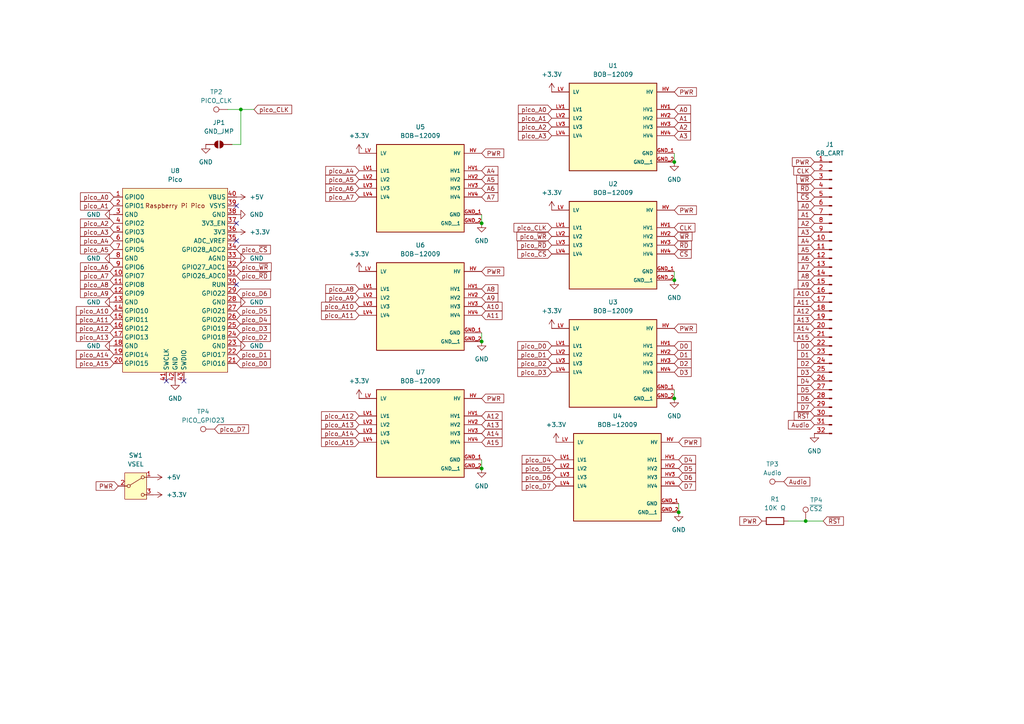
<source format=kicad_sch>
(kicad_sch (version 20231120) (generator "eeschema") (generator_version "8.0")
  (paper "A4")
  (title_block (title "Shawazu GB Dumper") (date "2024-03-28") (rev "1.0") (company "tihmstar"))
  (lib_symbols
    (symbol "BOB-12009:BOB-12009" (pin_names (offset 1.016))
      (property "Reference" "U" (at -12.7 11.43 0))
      (property "Value" "BOB-12009" (at -12.7 -17.78 0))
      (symbol "BOB-12009_0_0"
        (rectangle (start -12.7 -15.24) (end 12.7 10.16) (stroke (width 0.254)) (fill (type background)))
        (pin power_in line (at 17.78 -10.16 180) (length 5.08) (name "GND") (number "GND_1"))
        (pin power_in line (at 17.78 -12.7 180) (length 5.08) (name "GND__1") (number "GND_2"))
        (pin bidirectional line (at 17.78 7.62 180) (length 5.08) (name "HV") (number "HV"))
        (pin bidirectional line (at 17.78 2.54 180) (length 5.08) (name "HV1") (number "HV1"))
        (pin bidirectional line (at 17.78 0 180) (length 5.08) (name "HV2") (number "HV2"))
        (pin bidirectional line (at 17.78 -2.54 180) (length 5.08) (name "HV3") (number "HV3"))
        (pin bidirectional line (at 17.78 -5.08 180) (length 5.08) (name "HV4") (number "HV4"))
        (pin bidirectional line (at -17.78 7.62 0) (length 5.08) (name "LV") (number "LV"))
        (pin bidirectional line (at -17.78 2.54 0) (length 5.08) (name "LV1") (number "LV1"))
        (pin bidirectional line (at -17.78 0 0) (length 5.08) (name "LV2") (number "LV2"))
        (pin bidirectional line (at -17.78 -2.54 0) (length 5.08) (name "LV3") (number "LV3"))
        (pin bidirectional line (at -17.78 -5.08 0) (length 5.08) (name "LV4") (number "LV4"))
      )
    )
    (symbol "Connector:Conn_01x32_Pin" (pin_names (offset 1.016) hide)
      (property "Reference" "J" (at 0 40.64 0))
      (property "Value" "Conn_01x32_Pin" (at 0 -43.18 0))
      (symbol "Conn_01x32_Pin_1_1"
        (polyline (pts (xy 1.27 -40.64) (xy 0.8636 -40.64)) (stroke (width 0.1524)))
        (polyline (pts (xy 1.27 -38.1) (xy 0.8636 -38.1)) (stroke (width 0.1524)))
        (polyline (pts (xy 1.27 -35.56) (xy 0.8636 -35.56)) (stroke (width 0.1524)))
        (polyline (pts (xy 1.27 -33.02) (xy 0.8636 -33.02)) (stroke (width 0.1524)))
        (polyline (pts (xy 1.27 -30.48) (xy 0.8636 -30.48)) (stroke (width 0.1524)))
        (polyline (pts (xy 1.27 -27.94) (xy 0.8636 -27.94)) (stroke (width 0.1524)))
        (polyline (pts (xy 1.27 -25.4) (xy 0.8636 -25.4)) (stroke (width 0.1524)))
        (polyline (pts (xy 1.27 -22.86) (xy 0.8636 -22.86)) (stroke (width 0.1524)))
        (polyline (pts (xy 1.27 -20.32) (xy 0.8636 -20.32)) (stroke (width 0.1524)))
        (polyline (pts (xy 1.27 -17.78) (xy 0.8636 -17.78)) (stroke (width 0.1524)))
        (polyline (pts (xy 1.27 -15.24) (xy 0.8636 -15.24)) (stroke (width 0.1524)))
        (polyline (pts (xy 1.27 -12.7) (xy 0.8636 -12.7)) (stroke (width 0.1524)))
        (polyline (pts (xy 1.27 -10.16) (xy 0.8636 -10.16)) (stroke (width 0.1524)))
        (polyline (pts (xy 1.27 -7.62) (xy 0.8636 -7.62)) (stroke (width 0.1524)))
        (polyline (pts (xy 1.27 -5.08) (xy 0.8636 -5.08)) (stroke (width 0.1524)))
        (polyline (pts (xy 1.27 -2.54) (xy 0.8636 -2.54)) (stroke (width 0.1524)))
        (polyline (pts (xy 1.27 0) (xy 0.8636 0)) (stroke (width 0.1524)))
        (polyline (pts (xy 1.27 2.54) (xy 0.8636 2.54)) (stroke (width 0.1524)))
        (polyline (pts (xy 1.27 5.08) (xy 0.8636 5.08)) (stroke (width 0.1524)))
        (polyline (pts (xy 1.27 7.62) (xy 0.8636 7.62)) (stroke (width 0.1524)))
        (polyline (pts (xy 1.27 10.16) (xy 0.8636 10.16)) (stroke (width 0.1524)))
        (polyline (pts (xy 1.27 12.7) (xy 0.8636 12.7)) (stroke (width 0.1524)))
        (polyline (pts (xy 1.27 15.24) (xy 0.8636 15.24)) (stroke (width 0.1524)))
        (polyline (pts (xy 1.27 17.78) (xy 0.8636 17.78)) (stroke (width 0.1524)))
        (polyline (pts (xy 1.27 20.32) (xy 0.8636 20.32)) (stroke (width 0.1524)))
        (polyline (pts (xy 1.27 22.86) (xy 0.8636 22.86)) (stroke (width 0.1524)))
        (polyline (pts (xy 1.27 25.4) (xy 0.8636 25.4)) (stroke (width 0.1524)))
        (polyline (pts (xy 1.27 27.94) (xy 0.8636 27.94)) (stroke (width 0.1524)))
        (polyline (pts (xy 1.27 30.48) (xy 0.8636 30.48)) (stroke (width 0.1524)))
        (polyline (pts (xy 1.27 33.02) (xy 0.8636 33.02)) (stroke (width 0.1524)))
        (polyline (pts (xy 1.27 35.56) (xy 0.8636 35.56)) (stroke (width 0.1524)))
        (polyline (pts (xy 1.27 38.1) (xy 0.8636 38.1)) (stroke (width 0.1524)))
        (rectangle (start 0.8636 -40.513) (end 0 -40.767) (stroke (width 0.1524)) (fill (type outline)))
        (rectangle (start 0.8636 -37.973) (end 0 -38.227) (stroke (width 0.1524)) (fill (type outline)))
        (rectangle (start 0.8636 -35.433) (end 0 -35.687) (stroke (width 0.1524)) (fill (type outline)))
        (rectangle (start 0.8636 -32.893) (end 0 -33.147) (stroke (width 0.1524)) (fill (type outline)))
        (rectangle (start 0.8636 -30.353) (end 0 -30.607) (stroke (width 0.1524)) (fill (type outline)))
        (rectangle (start 0.8636 -27.813) (end 0 -28.067) (stroke (width 0.1524)) (fill (type outline)))
        (rectangle (start 0.8636 -25.273) (end 0 -25.527) (stroke (width 0.1524)) (fill (type outline)))
        (rectangle (start 0.8636 -22.733) (end 0 -22.987) (stroke (width 0.1524)) (fill (type outline)))
        (rectangle (start 0.8636 -20.193) (end 0 -20.447) (stroke (width 0.1524)) (fill (type outline)))
        (rectangle (start 0.8636 -17.653) (end 0 -17.907) (stroke (width 0.1524)) (fill (type outline)))
        (rectangle (start 0.8636 -15.113) (end 0 -15.367) (stroke (width 0.1524)) (fill (type outline)))
        (rectangle (start 0.8636 -12.573) (end 0 -12.827) (stroke (width 0.1524)) (fill (type outline)))
        (rectangle (start 0.8636 -10.033) (end 0 -10.287) (stroke (width 0.1524)) (fill (type outline)))
        (rectangle (start 0.8636 -7.493) (end 0 -7.747) (stroke (width 0.1524)) (fill (type outline)))
        (rectangle (start 0.8636 -4.953) (end 0 -5.207) (stroke (width 0.1524)) (fill (type outline)))
        (rectangle (start 0.8636 -2.413) (end 0 -2.667) (stroke (width 0.1524)) (fill (type outline)))
        (rectangle (start 0.8636 0.127) (end 0 -0.127) (stroke (width 0.1524)) (fill (type outline)))
        (rectangle (start 0.8636 2.667) (end 0 2.413) (stroke (width 0.1524)) (fill (type outline)))
        (rectangle (start 0.8636 5.207) (end 0 4.953) (stroke (width 0.1524)) (fill (type outline)))
        (rectangle (start 0.8636 7.747) (end 0 7.493) (stroke (width 0.1524)) (fill (type outline)))
        (rectangle (start 0.8636 10.287) (end 0 10.033) (stroke (width 0.1524)) (fill (type outline)))
        (rectangle (start 0.8636 12.827) (end 0 12.573) (stroke (width 0.1524)) (fill (type outline)))
        (rectangle (start 0.8636 15.367) (end 0 15.113) (stroke (width 0.1524)) (fill (type outline)))
        (rectangle (start 0.8636 17.907) (end 0 17.653) (stroke (width 0.1524)) (fill (type outline)))
        (rectangle (start 0.8636 20.447) (end 0 20.193) (stroke (width 0.1524)) (fill (type outline)))
        (rectangle (start 0.8636 22.987) (end 0 22.733) (stroke (width 0.1524)) (fill (type outline)))
        (rectangle (start 0.8636 25.527) (end 0 25.273) (stroke (width 0.1524)) (fill (type outline)))
        (rectangle (start 0.8636 28.067) (end 0 27.813) (stroke (width 0.1524)) (fill (type outline)))
        (rectangle (start 0.8636 30.607) (end 0 30.353) (stroke (width 0.1524)) (fill (type outline)))
        (rectangle (start 0.8636 33.147) (end 0 32.893) (stroke (width 0.1524)) (fill (type outline)))
        (rectangle (start 0.8636 35.687) (end 0 35.433) (stroke (width 0.1524)) (fill (type outline)))
        (rectangle (start 0.8636 38.227) (end 0 37.973) (stroke (width 0.1524)) (fill (type outline)))
        (pin passive line (at 5.08 38.1 180) (length 3.81) (name "Pin_1") (number "1"))
        (pin passive line (at 5.08 15.24 180) (length 3.81) (name "Pin_10") (number "10"))
        (pin passive line (at 5.08 12.7 180) (length 3.81) (name "Pin_11") (number "11"))
        (pin passive line (at 5.08 10.16 180) (length 3.81) (name "Pin_12") (number "12"))
        (pin passive line (at 5.08 7.62 180) (length 3.81) (name "Pin_13") (number "13"))
        (pin passive line (at 5.08 5.08 180) (length 3.81) (name "Pin_14") (number "14"))
        (pin passive line (at 5.08 2.54 180) (length 3.81) (name "Pin_15") (number "15"))
        (pin passive line (at 5.08 0 180) (length 3.81) (name "Pin_16") (number "16"))
        (pin passive line (at 5.08 -2.54 180) (length 3.81) (name "Pin_17") (number "17"))
        (pin passive line (at 5.08 -5.08 180) (length 3.81) (name "Pin_18") (number "18"))
        (pin passive line (at 5.08 -7.62 180) (length 3.81) (name "Pin_19") (number "19"))
        (pin passive line (at 5.08 35.56 180) (length 3.81) (name "Pin_2") (number "2"))
        (pin passive line (at 5.08 -10.16 180) (length 3.81) (name "Pin_20") (number "20"))
        (pin passive line (at 5.08 -12.7 180) (length 3.81) (name "Pin_21") (number "21"))
        (pin passive line (at 5.08 -15.24 180) (length 3.81) (name "Pin_22") (number "22"))
        (pin passive line (at 5.08 -17.78 180) (length 3.81) (name "Pin_23") (number "23"))
        (pin passive line (at 5.08 -20.32 180) (length 3.81) (name "Pin_24") (number "24"))
        (pin passive line (at 5.08 -22.86 180) (length 3.81) (name "Pin_25") (number "25"))
        (pin passive line (at 5.08 -25.4 180) (length 3.81) (name "Pin_26") (number "26"))
        (pin passive line (at 5.08 -27.94 180) (length 3.81) (name "Pin_27") (number "27"))
        (pin passive line (at 5.08 -30.48 180) (length 3.81) (name "Pin_28") (number "28"))
        (pin passive line (at 5.08 -33.02 180) (length 3.81) (name "Pin_29") (number "29"))
        (pin passive line (at 5.08 33.02 180) (length 3.81) (name "Pin_3") (number "3"))
        (pin passive line (at 5.08 -35.56 180) (length 3.81) (name "Pin_30") (number "30"))
        (pin passive line (at 5.08 -38.1 180) (length 3.81) (name "Pin_31") (number "31"))
        (pin passive line (at 5.08 -40.64 180) (length 3.81) (name "Pin_32") (number "32"))
        (pin passive line (at 5.08 30.48 180) (length 3.81) (name "Pin_4") (number "4"))
        (pin passive line (at 5.08 27.94 180) (length 3.81) (name "Pin_5") (number "5"))
        (pin passive line (at 5.08 25.4 180) (length 3.81) (name "Pin_6") (number "6"))
        (pin passive line (at 5.08 22.86 180) (length 3.81) (name "Pin_7") (number "7"))
        (pin passive line (at 5.08 20.32 180) (length 3.81) (name "Pin_8") (number "8"))
        (pin passive line (at 5.08 17.78 180) (length 3.81) (name "Pin_9") (number "9"))
      )
    )
    (symbol "Connector:TestPoint" (pin_numbers hide) (pin_names (offset 0.762) hide)
      (property "Reference" "TP" (at 0 6.858 0))
      (property "Value" "TestPoint" (at 0 5.08 0))
      (symbol "TestPoint_0_1"
        (circle (center 0 3.302) (radius 0.762))
      )
      (symbol "TestPoint_1_1"
        (pin passive line (at 0 0 90) (length 2.54) (name "1") (number "1"))
      )
    )
    (symbol "Device:R" (pin_numbers hide) (pin_names (offset 0))
      (property "Reference" "R" (at 2.032 0 90))
      (property "Value" "R" (at 0 0 90))
      (symbol "R_0_1"
        (rectangle (start -1.016 -2.54) (end 1.016 2.54) (stroke (width 0.254)))
      )
      (symbol "R_1_1"
        (pin passive line (at 0 3.81 270) (length 1.27) (name "~") (number "1"))
        (pin passive line (at 0 -3.81 90) (length 1.27) (name "~") (number "2"))
      )
    )
    (symbol "Jumper:SolderJumper_2_Open" (pin_numbers hide) (pin_names (offset 0) hide) (exclude_from_sim yes) (in_bom no)
      (property "Reference" "JP" (at 0 2.032 0))
      (property "Value" "SolderJumper_2_Open" (at 0 -2.54 0))
      (symbol "SolderJumper_2_Open_0_1"
        (arc (start -0.254 1.016) (mid -1.2656 0) (end -0.254 -1.016))
        (arc (start -0.254 1.016) (mid -1.2656 0) (end -0.254 -1.016) (fill (type outline)))
        (polyline (pts (xy -0.254 1.016) (xy -0.254 -1.016)))
        (polyline (pts (xy 0.254 1.016) (xy 0.254 -1.016)))
        (arc (start 0.254 -1.016) (mid 1.2656 0) (end 0.254 1.016))
        (arc (start 0.254 -1.016) (mid 1.2656 0) (end 0.254 1.016) (fill (type outline)))
      )
      (symbol "SolderJumper_2_Open_1_1"
        (pin passive line (at -3.81 0 0) (length 2.54) (name "A") (number "1"))
        (pin passive line (at 3.81 0 180) (length 2.54) (name "B") (number "2"))
      )
    )
    (symbol "MCU_RaspberryPi_and_Boards:Pico"
      (property "Reference" "U8" (at 0 31.75 0))
      (property "Value" "Pico" (at 0 29.21 0))
      (symbol "Pico_0_0"
        (text "Raspberry Pi Pico" (at 0 21.59 0) (effects (font (size 1.27 1.27))))
      )
      (symbol "Pico_0_1"
        (rectangle (start -15.24 26.67) (end 15.24 -26.67) (fill (type background)))
      )
      (symbol "Pico_1_1"
        (pin bidirectional line (at -17.78 24.13 0) (length 2.54) (name "GPIO0") (number "1"))
        (pin bidirectional line (at -17.78 1.27 0) (length 2.54) (name "GPIO7") (number "10"))
        (pin bidirectional line (at -17.78 -1.27 0) (length 2.54) (name "GPIO8") (number "11"))
        (pin bidirectional line (at -17.78 -3.81 0) (length 2.54) (name "GPIO9") (number "12"))
        (pin power_in line (at -17.78 -6.35 0) (length 2.54) (name "GND") (number "13"))
        (pin bidirectional line (at -17.78 -8.89 0) (length 2.54) (name "GPIO10") (number "14"))
        (pin bidirectional line (at -17.78 -11.43 0) (length 2.54) (name "GPIO11") (number "15"))
        (pin bidirectional line (at -17.78 -13.97 0) (length 2.54) (name "GPIO12") (number "16"))
        (pin bidirectional line (at -17.78 -16.51 0) (length 2.54) (name "GPIO13") (number "17"))
        (pin power_in line (at -17.78 -19.05 0) (length 2.54) (name "GND") (number "18"))
        (pin bidirectional line (at -17.78 -21.59 0) (length 2.54) (name "GPIO14") (number "19"))
        (pin bidirectional line (at -17.78 21.59 0) (length 2.54) (name "GPIO1") (number "2"))
        (pin bidirectional line (at -17.78 -24.13 0) (length 2.54) (name "GPIO15") (number "20"))
        (pin bidirectional line (at 17.78 -24.13 180) (length 2.54) (name "GPIO16") (number "21"))
        (pin bidirectional line (at 17.78 -21.59 180) (length 2.54) (name "GPIO17") (number "22"))
        (pin power_in line (at 17.78 -19.05 180) (length 2.54) (name "GND") (number "23"))
        (pin bidirectional line (at 17.78 -16.51 180) (length 2.54) (name "GPIO18") (number "24"))
        (pin bidirectional line (at 17.78 -13.97 180) (length 2.54) (name "GPIO19") (number "25"))
        (pin bidirectional line (at 17.78 -11.43 180) (length 2.54) (name "GPIO20") (number "26"))
        (pin bidirectional line (at 17.78 -8.89 180) (length 2.54) (name "GPIO21") (number "27"))
        (pin power_in line (at 17.78 -6.35 180) (length 2.54) (name "GND") (number "28"))
        (pin bidirectional line (at 17.78 -3.81 180) (length 2.54) (name "GPIO22") (number "29"))
        (pin power_in line (at -17.78 19.05 0) (length 2.54) (name "GND") (number "3"))
        (pin input line (at 17.78 -1.27 180) (length 2.54) (name "RUN") (number "30"))
        (pin bidirectional line (at 17.78 1.27 180) (length 2.54) (name "GPIO26_ADC0") (number "31"))
        (pin bidirectional line (at 17.78 3.81 180) (length 2.54) (name "GPIO27_ADC1") (number "32"))
        (pin power_in line (at 17.78 6.35 180) (length 2.54) (name "AGND") (number "33"))
        (pin bidirectional line (at 17.78 8.89 180) (length 2.54) (name "GPIO28_ADC2") (number "34"))
        (pin power_in line (at 17.78 11.43 180) (length 2.54) (name "ADC_VREF") (number "35"))
        (pin power_out line (at 17.78 13.97 180) (length 2.54) (name "3V3") (number "36"))
        (pin input line (at 17.78 16.51 180) (length 2.54) (name "3V3_EN") (number "37"))
        (pin power_out line (at 17.78 19.05 180) (length 2.54) (name "GND") (number "38"))
        (pin power_in line (at 17.78 21.59 180) (length 2.54) (name "VSYS") (number "39"))
        (pin bidirectional line (at -17.78 16.51 0) (length 2.54) (name "GPIO2") (number "4"))
        (pin power_out line (at 17.78 24.13 180) (length 2.54) (name "VBUS") (number "40"))
        (pin input line (at -2.54 -29.21 90) (length 2.54) (name "SWCLK") (number "41"))
        (pin power_in line (at 0 -29.21 90) (length 2.54) (name "GND") (number "42"))
        (pin bidirectional line (at 2.54 -29.21 90) (length 2.54) (name "SWDIO") (number "43"))
        (pin bidirectional line (at -17.78 13.97 0) (length 2.54) (name "GPIO3") (number "5"))
        (pin bidirectional line (at -17.78 11.43 0) (length 2.54) (name "GPIO4") (number "6"))
        (pin bidirectional line (at -17.78 8.89 0) (length 2.54) (name "GPIO5") (number "7"))
        (pin power_in line (at -17.78 6.35 0) (length 2.54) (name "GND") (number "8"))
        (pin bidirectional line (at -17.78 3.81 0) (length 2.54) (name "GPIO6") (number "9"))
      )
    )
    (symbol "Switch:SW_SPDT" (pin_names (offset 0) hide)
      (property "Reference" "SW" (at 0 5.08 0))
      (property "Value" "SW_SPDT" (at 0 -5.08 0))
      (symbol "SW_SPDT_0_1"
        (circle (center -2.032 0) (radius 0.4572))
        (polyline (pts (xy -1.651 0.254) (xy 1.651 2.286)))
        (circle (center 2.032 -2.54) (radius 0.4572))
        (circle (center 2.032 2.54) (radius 0.4572))
      )
      (symbol "SW_SPDT_1_1"
        (rectangle (start -3.175 3.81) (end 3.175 -3.81) (fill (type background)))
        (pin passive line (at 5.08 2.54 180) (length 2.54) (name "A") (number "1"))
        (pin passive line (at -5.08 0 0) (length 2.54) (name "B") (number "2"))
        (pin passive line (at 5.08 -2.54 180) (length 2.54) (name "C") (number "3"))
      )
    )
    (symbol "power:+3.3V" (power) (pin_numbers hide) (pin_names (offset 0) hide)
      (property "Value" "+3.3V" (at 0 3.556 0))
      (symbol "+3.3V_0_1"
        (polyline (pts (xy -0.762 1.27) (xy 0 2.54)))
        (polyline (pts (xy 0 0) (xy 0 2.54)))
        (polyline (pts (xy 0 2.54) (xy 0.762 1.27)))
      )
      (symbol "+3.3V_1_1"
        (pin power_in line (at 0 0 90) (length 0) (name "~") (number "1"))
      )
    )
    (symbol "power:+5V" (power) (pin_numbers hide) (pin_names (offset 0) hide)
      (property "Value" "+5V" (at 0 3.556 0))
      (symbol "+5V_0_1"
        (polyline (pts (xy -0.762 1.27) (xy 0 2.54)))
        (polyline (pts (xy 0 0) (xy 0 2.54)))
        (polyline (pts (xy 0 2.54) (xy 0.762 1.27)))
      )
      (symbol "+5V_1_1"
        (pin power_in line (at 0 0 90) (length 0) (name "~") (number "1"))
      )
    )
    (symbol "power:GND" (power) (pin_numbers hide) (pin_names (offset 0) hide)
      (property "Value" "GND" (at 0 -3.81 0))
      (symbol "GND_0_1"
        (polyline (pts (xy 0 0) (xy 0 -1.27) (xy 1.27 -1.27) (xy 0 -2.54) (xy -1.27 -1.27) (xy 0 -1.27)))
      )
      (symbol "GND_1_1"
        (pin power_in line (at 0 0 270) (length 0) (name "~") (number "1"))
      )
    )
  )
  (junction (at 196.85 148.59))
  (junction (at 195.58 81.28))
  (junction (at 139.7 135.89))
  (junction (at 69.85 31.75))
  (junction (at 139.7 64.77))
  (junction (at 195.58 46.99))
  (junction (at 195.58 115.57))
  (junction (at 233.68 151.13))
  (junction (at 139.7 99.06))
  (no_connect (at 48.26 110.49))
  (no_connect (at 53.34 110.49))
  (no_connect (at 68.58 59.69))
  (no_connect (at 68.58 64.77))
  (no_connect (at 68.58 69.85))
  (no_connect (at 68.58 82.55))
  (wire (pts (xy 139.7 96.52) (xy 139.7 99.06)))
  (wire (pts (xy 195.58 113.03) (xy 195.58 115.57)))
  (wire (pts (xy 196.85 146.05) (xy 196.85 148.59)))
  (wire (pts (xy 139.7 133.35) (xy 139.7 135.89)))
  (wire (pts (xy 195.58 44.45) (xy 195.58 46.99)))
  (wire (pts (xy 69.85 41.91) (xy 69.85 31.75)))
  (wire (pts (xy 233.68 151.13) (xy 238.76 151.13)))
  (wire (pts (xy 66.04 31.75) (xy 69.85 31.75)))
  (wire (pts (xy 195.58 78.74) (xy 195.58 81.28)))
  (wire (pts (xy 67.31 41.91) (xy 69.85 41.91)))
  (wire (pts (xy 69.85 31.75) (xy 73.66 31.75)))
  (wire (pts (xy 228.6 151.13) (xy 233.68 151.13)))
  (wire (pts (xy 139.7 62.23) (xy 139.7 64.77)))
  (global_label "A4" (shape input) (at 236.22 69.85 180) (property "Intersheetrefs" "${INTERSHEET_REFS}" (effects (hide yes))))
  (global_label "pico_~{WR}" (shape input) (at 68.58 77.47 0) (property "Intersheetrefs" "${INTERSHEET_REFS}" (effects (hide yes))))
  (global_label "A7" (shape input) (at 236.22 77.47 180) (property "Intersheetrefs" "${INTERSHEET_REFS}" (effects (hide yes))))
  (global_label "D1" (shape input) (at 236.22 102.87 180) (property "Intersheetrefs" "${INTERSHEET_REFS}" (effects (hide yes))))
  (global_label "~{CS}" (shape input) (at 236.22 57.15 180) (property "Intersheetrefs" "${INTERSHEET_REFS}" (effects (hide yes))))
  (global_label "A8" (shape input) (at 139.7 83.82 0) (property "Intersheetrefs" "${INTERSHEET_REFS}" (effects (hide yes))))
  (global_label "pico_A4" (shape input) (at 33.02 69.85 180) (property "Intersheetrefs" "${INTERSHEET_REFS}" (effects (hide yes))))
  (global_label "A9" (shape input) (at 236.22 82.55 180) (property "Intersheetrefs" "${INTERSHEET_REFS}" (effects (hide yes))))
  (global_label "pico_D7" (shape input) (at 161.29 140.97 180) (property "Intersheetrefs" "${INTERSHEET_REFS}" (effects (hide yes))))
  (global_label "pico_A6" (shape input) (at 33.02 77.47 180) (property "Intersheetrefs" "${INTERSHEET_REFS}" (effects (hide yes))))
  (global_label "D2" (shape input) (at 236.22 105.41 180) (property "Intersheetrefs" "${INTERSHEET_REFS}" (effects (hide yes))))
  (global_label "pico_A7" (shape input) (at 104.14 57.15 180) (property "Intersheetrefs" "${INTERSHEET_REFS}" (effects (hide yes))))
  (global_label "pico_~{CS}" (shape input) (at 160.02 73.66 180) (property "Intersheetrefs" "${INTERSHEET_REFS}" (effects (hide yes))))
  (global_label "pico_A8" (shape input) (at 33.02 82.55 180) (property "Intersheetrefs" "${INTERSHEET_REFS}" (effects (hide yes))))
  (global_label "A3" (shape input) (at 195.58 39.37 0) (property "Intersheetrefs" "${INTERSHEET_REFS}" (effects (hide yes))))
  (global_label "CLK" (shape input) (at 236.22 49.53 180) (property "Intersheetrefs" "${INTERSHEET_REFS}" (effects (hide yes))))
  (global_label "pico_A11" (shape input) (at 104.14 91.44 180) (property "Intersheetrefs" "${INTERSHEET_REFS}" (effects (hide yes))))
  (global_label "pico_A1" (shape input) (at 33.02 59.69 180) (property "Intersheetrefs" "${INTERSHEET_REFS}" (effects (hide yes))))
  (global_label "pico_A1" (shape input) (at 160.02 34.29 180) (property "Intersheetrefs" "${INTERSHEET_REFS}" (effects (hide yes))))
  (global_label "PWR" (shape input) (at 139.7 78.74 0) (property "Intersheetrefs" "${INTERSHEET_REFS}" (effects (hide yes))))
  (global_label "pico_D3" (shape input) (at 68.58 95.25 0) (property "Intersheetrefs" "${INTERSHEET_REFS}" (effects (hide yes))))
  (global_label "PWR" (shape input) (at 195.58 26.67 0) (property "Intersheetrefs" "${INTERSHEET_REFS}" (effects (hide yes))))
  (global_label "D4" (shape input) (at 196.85 133.35 0) (property "Intersheetrefs" "${INTERSHEET_REFS}" (effects (hide yes))))
  (global_label "A14" (shape input) (at 139.7 125.73 0) (property "Intersheetrefs" "${INTERSHEET_REFS}" (effects (hide yes))))
  (global_label "pico_A5" (shape input) (at 104.14 52.07 180) (property "Intersheetrefs" "${INTERSHEET_REFS}" (effects (hide yes))))
  (global_label "A11" (shape input) (at 236.22 87.63 180) (property "Intersheetrefs" "${INTERSHEET_REFS}" (effects (hide yes))))
  (global_label "A15" (shape input) (at 236.22 97.79 180) (property "Intersheetrefs" "${INTERSHEET_REFS}" (effects (hide yes))))
  (global_label "~{RD}" (shape input) (at 195.58 71.12 0) (property "Intersheetrefs" "${INTERSHEET_REFS}" (effects (hide yes))))
  (global_label "A6" (shape input) (at 236.22 74.93 180) (property "Intersheetrefs" "${INTERSHEET_REFS}" (effects (hide yes))))
  (global_label "pico_D1" (shape input) (at 68.58 102.87 0) (property "Intersheetrefs" "${INTERSHEET_REFS}" (effects (hide yes))))
  (global_label "~{RST}" (shape input) (at 236.22 120.65 180) (property "Intersheetrefs" "${INTERSHEET_REFS}" (effects (hide yes))))
  (global_label "~{WR}" (shape input) (at 236.22 52.07 180) (property "Intersheetrefs" "${INTERSHEET_REFS}" (effects (hide yes))))
  (global_label "A4" (shape input) (at 139.7 49.53 0) (property "Intersheetrefs" "${INTERSHEET_REFS}" (effects (hide yes))))
  (global_label "A1" (shape input) (at 236.22 62.23 180) (property "Intersheetrefs" "${INTERSHEET_REFS}" (effects (hide yes))))
  (global_label "D3" (shape input) (at 195.58 107.95 0) (property "Intersheetrefs" "${INTERSHEET_REFS}" (effects (hide yes))))
  (global_label "A3" (shape input) (at 236.22 67.31 180) (property "Intersheetrefs" "${INTERSHEET_REFS}" (effects (hide yes))))
  (global_label "A5" (shape input) (at 236.22 72.39 180) (property "Intersheetrefs" "${INTERSHEET_REFS}" (effects (hide yes))))
  (global_label "~{WR}" (shape input) (at 195.58 68.58 0) (property "Intersheetrefs" "${INTERSHEET_REFS}" (effects (hide yes))))
  (global_label "D5" (shape input) (at 196.85 135.89 0) (property "Intersheetrefs" "${INTERSHEET_REFS}" (effects (hide yes))))
  (global_label "Audio" (shape input) (at 227.33 139.7 0) (property "Intersheetrefs" "${INTERSHEET_REFS}" (effects (hide yes))))
  (global_label "pico_A2" (shape input) (at 33.02 64.77 180) (property "Intersheetrefs" "${INTERSHEET_REFS}" (effects (hide yes))))
  (global_label "A10" (shape input) (at 139.7 88.9 0) (property "Intersheetrefs" "${INTERSHEET_REFS}" (effects (hide yes))))
  (global_label "CLK" (shape input) (at 195.58 66.04 0) (property "Intersheetrefs" "${INTERSHEET_REFS}" (effects (hide yes))))
  (global_label "PWR" (shape input) (at 236.22 46.99 180) (property "Intersheetrefs" "${INTERSHEET_REFS}" (effects (hide yes))))
  (global_label "PWR" (shape input) (at 196.85 128.27 0) (property "Intersheetrefs" "${INTERSHEET_REFS}" (effects (hide yes))))
  (global_label "A13" (shape input) (at 139.7 123.19 0) (property "Intersheetrefs" "${INTERSHEET_REFS}" (effects (hide yes))))
  (global_label "A6" (shape input) (at 139.7 54.61 0) (property "Intersheetrefs" "${INTERSHEET_REFS}" (effects (hide yes))))
  (global_label "pico_A9" (shape input) (at 33.02 85.09 180) (property "Intersheetrefs" "${INTERSHEET_REFS}" (effects (hide yes))))
  (global_label "D1" (shape input) (at 195.58 102.87 0) (property "Intersheetrefs" "${INTERSHEET_REFS}" (effects (hide yes))))
  (global_label "pico_A9" (shape input) (at 104.14 86.36 180) (property "Intersheetrefs" "${INTERSHEET_REFS}" (effects (hide yes))))
  (global_label "Audio" (shape input) (at 236.22 123.19 180) (property "Intersheetrefs" "${INTERSHEET_REFS}" (effects (hide yes))))
  (global_label "pico_D2" (shape input) (at 160.02 105.41 180) (property "Intersheetrefs" "${INTERSHEET_REFS}" (effects (hide yes))))
  (global_label "pico_D4" (shape input) (at 68.58 92.71 0) (property "Intersheetrefs" "${INTERSHEET_REFS}" (effects (hide yes))))
  (global_label "A13" (shape input) (at 236.22 92.71 180) (property "Intersheetrefs" "${INTERSHEET_REFS}" (effects (hide yes))))
  (global_label "A8" (shape input) (at 236.22 80.01 180) (property "Intersheetrefs" "${INTERSHEET_REFS}" (effects (hide yes))))
  (global_label "pico_A3" (shape input) (at 160.02 39.37 180) (property "Intersheetrefs" "${INTERSHEET_REFS}" (effects (hide yes))))
  (global_label "pico_D5" (shape input) (at 161.29 135.89 180) (property "Intersheetrefs" "${INTERSHEET_REFS}" (effects (hide yes))))
  (global_label "A9" (shape input) (at 139.7 86.36 0) (property "Intersheetrefs" "${INTERSHEET_REFS}" (effects (hide yes))))
  (global_label "pico_A10" (shape input) (at 33.02 90.17 180) (property "Intersheetrefs" "${INTERSHEET_REFS}" (effects (hide yes))))
  (global_label "pico_D3" (shape input) (at 160.02 107.95 180) (property "Intersheetrefs" "${INTERSHEET_REFS}" (effects (hide yes))))
  (global_label "pico_D7" (shape input) (at 62.23 124.46 0) (property "Intersheetrefs" "${INTERSHEET_REFS}" (effects (hide yes))))
  (global_label "PWR" (shape input) (at 220.98 151.13 180) (property "Intersheetrefs" "${INTERSHEET_REFS}" (effects (hide yes))))
  (global_label "A1" (shape input) (at 195.58 34.29 0) (property "Intersheetrefs" "${INTERSHEET_REFS}" (effects (hide yes))))
  (global_label "D0" (shape input) (at 195.58 100.33 0) (property "Intersheetrefs" "${INTERSHEET_REFS}" (effects (hide yes))))
  (global_label "A2" (shape input) (at 236.22 64.77 180) (property "Intersheetrefs" "${INTERSHEET_REFS}" (effects (hide yes))))
  (global_label "pico_A10" (shape input) (at 104.14 88.9 180) (property "Intersheetrefs" "${INTERSHEET_REFS}" (effects (hide yes))))
  (global_label "pico_D1" (shape input) (at 160.02 102.87 180) (property "Intersheetrefs" "${INTERSHEET_REFS}" (effects (hide yes))))
  (global_label "D6" (shape input) (at 236.22 115.57 180) (property "Intersheetrefs" "${INTERSHEET_REFS}" (effects (hide yes))))
  (global_label "PWR" (shape input) (at 139.7 44.45 0) (property "Intersheetrefs" "${INTERSHEET_REFS}" (effects (hide yes))))
  (global_label "pico_A4" (shape input) (at 104.14 49.53 180) (property "Intersheetrefs" "${INTERSHEET_REFS}" (effects (hide yes))))
  (global_label "pico_D2" (shape input) (at 68.58 97.79 0) (property "Intersheetrefs" "${INTERSHEET_REFS}" (effects (hide yes))))
  (global_label "pico_D0" (shape input) (at 160.02 100.33 180) (property "Intersheetrefs" "${INTERSHEET_REFS}" (effects (hide yes))))
  (global_label "pico_~{RD}" (shape input) (at 160.02 71.12 180) (property "Intersheetrefs" "${INTERSHEET_REFS}" (effects (hide yes))))
  (global_label "A11" (shape input) (at 139.7 91.44 0) (property "Intersheetrefs" "${INTERSHEET_REFS}" (effects (hide yes))))
  (global_label "A7" (shape input) (at 139.7 57.15 0) (property "Intersheetrefs" "${INTERSHEET_REFS}" (effects (hide yes))))
  (global_label "pico_A14" (shape input) (at 104.14 125.73 180) (property "Intersheetrefs" "${INTERSHEET_REFS}" (effects (hide yes))))
  (global_label "A5" (shape input) (at 139.7 52.07 0) (property "Intersheetrefs" "${INTERSHEET_REFS}" (effects (hide yes))))
  (global_label "pico_D5" (shape input) (at 68.58 90.17 0) (property "Intersheetrefs" "${INTERSHEET_REFS}" (effects (hide yes))))
  (global_label "pico_A13" (shape input) (at 104.14 123.19 180) (property "Intersheetrefs" "${INTERSHEET_REFS}" (effects (hide yes))))
  (global_label "PWR" (shape input) (at 139.7 115.57 0) (property "Intersheetrefs" "${INTERSHEET_REFS}" (effects (hide yes))))
  (global_label "D7" (shape input) (at 196.85 140.97 0) (property "Intersheetrefs" "${INTERSHEET_REFS}" (effects (hide yes))))
  (global_label "pico_A13" (shape input) (at 33.02 97.79 180) (property "Intersheetrefs" "${INTERSHEET_REFS}" (effects (hide yes))))
  (global_label "PWR" (shape input) (at 195.58 95.25 0) (property "Intersheetrefs" "${INTERSHEET_REFS}" (effects (hide yes))))
  (global_label "pico_A3" (shape input) (at 33.02 67.31 180) (property "Intersheetrefs" "${INTERSHEET_REFS}" (effects (hide yes))))
  (global_label "pico_CLK" (shape input) (at 160.02 66.04 180) (property "Intersheetrefs" "${INTERSHEET_REFS}" (effects (hide yes))))
  (global_label "D0" (shape input) (at 236.22 100.33 180) (property "Intersheetrefs" "${INTERSHEET_REFS}" (effects (hide yes))))
  (global_label "A15" (shape input) (at 139.7 128.27 0) (property "Intersheetrefs" "${INTERSHEET_REFS}" (effects (hide yes))))
  (global_label "pico_CLK" (shape input) (at 73.66 31.75 0) (property "Intersheetrefs" "${INTERSHEET_REFS}" (effects (hide yes))))
  (global_label "PWR" (shape input) (at 195.58 60.96 0) (property "Intersheetrefs" "${INTERSHEET_REFS}" (effects (hide yes))))
  (global_label "A10" (shape input) (at 236.22 85.09 180) (property "Intersheetrefs" "${INTERSHEET_REFS}" (effects (hide yes))))
  (global_label "A0" (shape input) (at 195.58 31.75 0) (property "Intersheetrefs" "${INTERSHEET_REFS}" (effects (hide yes))))
  (global_label "~{RD}" (shape input) (at 236.22 54.61 180) (property "Intersheetrefs" "${INTERSHEET_REFS}" (effects (hide yes))))
  (global_label "pico_A8" (shape input) (at 104.14 83.82 180) (property "Intersheetrefs" "${INTERSHEET_REFS}" (effects (hide yes))))
  (global_label "A0" (shape input) (at 236.22 59.69 180) (property "Intersheetrefs" "${INTERSHEET_REFS}" (effects (hide yes))))
  (global_label "pico_D4" (shape input) (at 161.29 133.35 180) (property "Intersheetrefs" "${INTERSHEET_REFS}" (effects (hide yes))))
  (global_label "~{RST}" (shape input) (at 238.76 151.13 0) (property "Intersheetrefs" "${INTERSHEET_REFS}" (effects (hide yes))))
  (global_label "pico_A2" (shape input) (at 160.02 36.83 180) (property "Intersheetrefs" "${INTERSHEET_REFS}" (effects (hide yes))))
  (global_label "pico_A14" (shape input) (at 33.02 102.87 180) (property "Intersheetrefs" "${INTERSHEET_REFS}" (effects (hide yes))))
  (global_label "pico_A15" (shape input) (at 33.02 105.41 180) (property "Intersheetrefs" "${INTERSHEET_REFS}" (effects (hide yes))))
  (global_label "D2" (shape input) (at 195.58 105.41 0) (property "Intersheetrefs" "${INTERSHEET_REFS}" (effects (hide yes))))
  (global_label "A14" (shape input) (at 236.22 95.25 180) (property "Intersheetrefs" "${INTERSHEET_REFS}" (effects (hide yes))))
  (global_label "D6" (shape input) (at 196.85 138.43 0) (property "Intersheetrefs" "${INTERSHEET_REFS}" (effects (hide yes))))
  (global_label "pico_~{CS}" (shape input) (at 68.58 72.39 0) (property "Intersheetrefs" "${INTERSHEET_REFS}" (effects (hide yes))))
  (global_label "pico_D6" (shape input) (at 161.29 138.43 180) (property "Intersheetrefs" "${INTERSHEET_REFS}" (effects (hide yes))))
  (global_label "pico_A6" (shape input) (at 104.14 54.61 180) (property "Intersheetrefs" "${INTERSHEET_REFS}" (effects (hide yes))))
  (global_label "pico_A7" (shape input) (at 33.02 80.01 180) (property "Intersheetrefs" "${INTERSHEET_REFS}" (effects (hide yes))))
  (global_label "~{CS}" (shape input) (at 195.58 73.66 0) (property "Intersheetrefs" "${INTERSHEET_REFS}" (effects (hide yes))))
  (global_label "pico_A12" (shape input) (at 33.02 95.25 180) (property "Intersheetrefs" "${INTERSHEET_REFS}" (effects (hide yes))))
  (global_label "pico_A12" (shape input) (at 104.14 120.65 180) (property "Intersheetrefs" "${INTERSHEET_REFS}" (effects (hide yes))))
  (global_label "pico_A0" (shape input) (at 160.02 31.75 180) (property "Intersheetrefs" "${INTERSHEET_REFS}" (effects (hide yes))))
  (global_label "D7" (shape input) (at 236.22 118.11 180) (property "Intersheetrefs" "${INTERSHEET_REFS}" (effects (hide yes))))
  (global_label "D5" (shape input) (at 236.22 113.03 180) (property "Intersheetrefs" "${INTERSHEET_REFS}" (effects (hide yes))))
  (global_label "A12" (shape input) (at 139.7 120.65 0) (property "Intersheetrefs" "${INTERSHEET_REFS}" (effects (hide yes))))
  (global_label "PWR" (shape input) (at 34.29 140.97 180) (property "Intersheetrefs" "${INTERSHEET_REFS}" (effects (hide yes))))
  (global_label "A2" (shape input) (at 195.58 36.83 0) (property "Intersheetrefs" "${INTERSHEET_REFS}" (effects (hide yes))))
  (global_label "D3" (shape input) (at 236.22 107.95 180) (property "Intersheetrefs" "${INTERSHEET_REFS}" (effects (hide yes))))
  (global_label "D4" (shape input) (at 236.22 110.49 180) (property "Intersheetrefs" "${INTERSHEET_REFS}" (effects (hide yes))))
  (global_label "pico_~{RD}" (shape input) (at 68.58 80.01 0) (property "Intersheetrefs" "${INTERSHEET_REFS}" (effects (hide yes))))
  (global_label "pico_A5" (shape input) (at 33.02 72.39 180) (property "Intersheetrefs" "${INTERSHEET_REFS}" (effects (hide yes))))
  (global_label "pico_D0" (shape input) (at 68.58 105.41 0) (property "Intersheetrefs" "${INTERSHEET_REFS}" (effects (hide yes))))
  (global_label "pico_A0" (shape input) (at 33.02 57.15 180) (property "Intersheetrefs" "${INTERSHEET_REFS}" (effects (hide yes))))
  (global_label "pico_A11" (shape input) (at 33.02 92.71 180) (property "Intersheetrefs" "${INTERSHEET_REFS}" (effects (hide yes))))
  (global_label "pico_~{WR}" (shape input) (at 160.02 68.58 180) (property "Intersheetrefs" "${INTERSHEET_REFS}" (effects (hide yes))))
  (global_label "A12" (shape input) (at 236.22 90.17 180) (property "Intersheetrefs" "${INTERSHEET_REFS}" (effects (hide yes))))
  (global_label "pico_A15" (shape input) (at 104.14 128.27 180) (property "Intersheetrefs" "${INTERSHEET_REFS}" (effects (hide yes))))
  (global_label "pico_D6" (shape input) (at 68.58 85.09 0) (property "Intersheetrefs" "${INTERSHEET_REFS}" (effects (hide yes))))
  (symbol (lib_id "power:GND") (at 139.7 99.06 0) (unit 1)
    (property "Reference" "#PWR024" (effects (hide yes)))
    (property "Value" "GND" (at 139.7 104.14 0))
    (property "Description" "Power symbol creates a global label with name \"GND\" , ground" (effects (hide yes)))
  )
  (symbol (lib_id "Connector:Conn_01x32_Pin") (at 241.3 85.09 0) (mirror y) (unit 1)
    (property "Reference" "J1" (at 240.665 41.91 0))
    (property "Value" "GB_CART" (at 240.665 44.45 0))
    (property "Footprint" "GB_CART_4holes:GB_CART_4holes" (effects (hide yes)))
    (property "Description" "Generic connector, single row, 01x32, script generated" (effects (hide yes)))
  )
  (symbol (lib_id "MCU_RaspberryPi_and_Boards:Pico") (at 50.8 81.28 0) (unit 1)
    (property "Reference" "U8" (at 50.8 49.53 0))
    (property "Value" "Pico" (at 50.8 52.07 0))
    (property "Footprint" "MCU_RaspberryPi_and_Boards:RPi_Pico_SMD_TH" (effects (hide yes)))
  )
  (symbol (lib_id "power:GND") (at 195.58 81.28 0) (unit 1)
    (property "Reference" "#PWR011" (effects (hide yes)))
    (property "Value" "GND" (at 195.58 86.36 0))
    (property "Description" "Power symbol creates a global label with name \"GND\" , ground" (effects (hide yes)))
  )
  (symbol (lib_id "Connector:TestPoint") (at 66.04 31.75 90) (unit 1)
    (property "Reference" "TP2" (at 62.738 26.67 90))
    (property "Value" "PICO_CLK" (at 62.738 29.21 90))
    (property "Footprint" "TestPoint:TestPoint_Pad_D2.0mm" (effects (hide yes)))
    (property "Description" "test point" (effects (hide yes)))
  )
  (symbol (lib_id "power:GND") (at 50.8 110.49 0) (unit 1)
    (property "Reference" "#PWR012" (effects (hide yes)))
    (property "Value" "GND" (at 50.8 115.57 0))
    (property "Description" "Power symbol creates a global label with name \"GND\" , ground" (effects (hide yes)))
  )
  (symbol (lib_id "power:GND") (at 195.58 115.57 0) (unit 1)
    (property "Reference" "#PWR07" (effects (hide yes)))
    (property "Value" "GND" (at 195.58 120.65 0))
    (property "Description" "Power symbol creates a global label with name \"GND\" , ground" (effects (hide yes)))
  )
  (symbol (lib_id "BOB-12009:BOB-12009") (at 177.8 68.58 0) (unit 1)
    (property "Reference" "U2" (at 177.8 53.34 0))
    (property "Value" "BOB-12009" (at 177.8 55.88 0))
    (property "Footprint" "BOB-12009:CONV_BOB-12009" (effects (hide yes)))
    (property "MF" "SparkFun" (effects (hide yes)))
    (property "MAXIMUM_PACKAGE_HEIGHT" "N/A" (effects (hide yes)))
    (property "Package" "None" (effects (hide yes)))
    (property "Price" "None" (effects (hide yes)))
    (property "Check_prices" "https://www.snapeda.com/parts/BOB-12009/SparkFun+Electronics/view-part/?ref=eda" (effects (hide yes)))
    (property "STANDARD" "Manufacturer Recommendations" (effects (hide yes)))
    (property "PARTREV" "01" (effects (hide yes)))
    (property "SnapEDA_Link" "https://www.snapeda.com/parts/BOB-12009/SparkFun+Electronics/view-part/?ref=snap" (effects (hide yes)))
    (property "MP" "BOB-12009" (effects (hide yes)))
    (property "Description_1" "\nBSS138 Logic-Level Translator Interface Evaluation Board\n" (effects (hide yes)))
    (property "Availability" "In Stock" (effects (hide yes)))
    (property "MANUFACTURER" "SparkFun Electronics" (effects (hide yes)))
  )
  (symbol (lib_id "power:GND") (at 33.02 100.33 270) (unit 1)
    (property "Reference" "#PWR019" (effects (hide yes)))
    (property "Value" "GND" (at 29.21 100.3299 90) (effects (justify right)))
    (property "Description" "Power symbol creates a global label with name \"GND\" , ground" (effects (hide yes)))
  )
  (symbol (lib_id "power:GND") (at 33.02 87.63 270) (unit 1)
    (property "Reference" "#PWR020" (effects (hide yes)))
    (property "Value" "GND" (at 29.21 87.6299 90) (effects (justify right)))
    (property "Description" "Power symbol creates a global label with name \"GND\" , ground" (effects (hide yes)))
  )
  (symbol (lib_id "power:GND") (at 68.58 74.93 90) (unit 1)
    (property "Reference" "#PWR016" (effects (hide yes)))
    (property "Value" "GND" (at 72.39 74.9299 90) (effects (justify right)))
    (property "Description" "Power symbol creates a global label with name \"GND\" , ground" (effects (hide yes)))
  )
  (symbol (lib_id "Device:R") (at 224.79 151.13 90) (unit 1)
    (property "Reference" "R1" (at 224.79 144.78 90))
    (property "Value" "10K Ω" (at 224.79 147.32 90))
    (property "Footprint" "Resistor_THT:R_Axial_DIN0309_L9.0mm_D3.2mm_P12.70mm_Horizontal" (effects (hide yes)))
    (property "Description" "Resistor" (effects (hide yes)))
  )
  (symbol (lib_id "Connector:TestPoint") (at 62.23 124.46 90) (unit 1)
    (property "Reference" "TP4" (at 58.928 119.38 90))
    (property "Value" "PICO_GPIO23" (at 58.928 121.92 90))
    (property "Footprint" "TestPoint:TestPoint_Plated_Hole_D4.0mm" (effects (hide yes)))
    (property "Description" "test point" (effects (hide yes)))
  )
  (symbol (lib_id "power:GND") (at 139.7 135.89 0) (unit 1)
    (property "Reference" "#PWR026" (effects (hide yes)))
    (property "Value" "GND" (at 139.7 140.97 0))
    (property "Description" "Power symbol creates a global label with name \"GND\" , ground" (effects (hide yes)))
  )
  (symbol (lib_id "power:GND") (at 33.02 74.93 270) (unit 1)
    (property "Reference" "#PWR021" (effects (hide yes)))
    (property "Value" "GND" (at 29.21 74.9299 90) (effects (justify right)))
    (property "Description" "Power symbol creates a global label with name \"GND\" , ground" (effects (hide yes)))
  )
  (symbol (lib_id "power:GND") (at 68.58 87.63 90) (unit 1)
    (property "Reference" "#PWR017" (effects (hide yes)))
    (property "Value" "GND" (at 72.39 87.6299 90) (effects (justify right)))
    (property "Description" "Power symbol creates a global label with name \"GND\" , ground" (effects (hide yes)))
  )
  (symbol (lib_id "power:GND") (at 33.02 62.23 270) (unit 1)
    (property "Reference" "#PWR022" (effects (hide yes)))
    (property "Value" "GND" (at 29.21 62.2299 90) (effects (justify right)))
    (property "Description" "Power symbol creates a global label with name \"GND\" , ground" (effects (hide yes)))
  )
  (symbol (lib_id "Connector:TestPoint") (at 227.33 139.7 90) (unit 1)
    (property "Reference" "TP3" (at 224.028 134.62 90))
    (property "Value" "Audio" (at 224.028 137.16 90))
    (property "Footprint" "TestPoint:TestPoint_Pad_D2.0mm" (effects (hide yes)))
    (property "Description" "test point" (effects (hide yes)))
  )
  (symbol (lib_id "power:+3.3V") (at 104.14 44.45 0) (unit 1)
    (property "Reference" "#PWR05" (effects (hide yes)))
    (property "Value" "+3.3V" (at 104.14 39.37 0))
    (property "Description" "Power symbol creates a global label with name \"+3.3V\"" (effects (hide yes)))
  )
  (symbol (lib_id "power:+5V") (at 68.58 57.15 270) (unit 1)
    (property "Reference" "#PWR015" (effects (hide yes)))
    (property "Value" "+5V" (at 72.39 57.1499 90) (effects (justify left)))
    (property "Description" "Power symbol creates a global label with name \"+5V\"" (effects (hide yes)))
  )
  (symbol (lib_id "power:GND") (at 196.85 148.59 0) (unit 1)
    (property "Reference" "#PWR09" (effects (hide yes)))
    (property "Value" "GND" (at 196.85 153.67 0))
    (property "Description" "Power symbol creates a global label with name \"GND\" , ground" (effects (hide yes)))
  )
  (symbol (lib_id "BOB-12009:BOB-12009") (at 177.8 102.87 0) (unit 1)
    (property "Reference" "U3" (at 177.8 87.63 0))
    (property "Value" "BOB-12009" (at 177.8 90.17 0))
    (property "Footprint" "BOB-12009:CONV_BOB-12009" (effects (hide yes)))
    (property "MF" "SparkFun" (effects (hide yes)))
    (property "MAXIMUM_PACKAGE_HEIGHT" "N/A" (effects (hide yes)))
    (property "Package" "None" (effects (hide yes)))
    (property "Price" "None" (effects (hide yes)))
    (property "Check_prices" "https://www.snapeda.com/parts/BOB-12009/SparkFun+Electronics/view-part/?ref=eda" (effects (hide yes)))
    (property "STANDARD" "Manufacturer Recommendations" (effects (hide yes)))
    (property "PARTREV" "01" (effects (hide yes)))
    (property "SnapEDA_Link" "https://www.snapeda.com/parts/BOB-12009/SparkFun+Electronics/view-part/?ref=snap" (effects (hide yes)))
    (property "MP" "BOB-12009" (effects (hide yes)))
    (property "Description_1" "\nBSS138 Logic-Level Translator Interface Evaluation Board\n" (effects (hide yes)))
    (property "Availability" "In Stock" (effects (hide yes)))
    (property "MANUFACTURER" "SparkFun Electronics" (effects (hide yes)))
  )
  (symbol (lib_id "power:+3.3V") (at 44.45 143.51 270) (unit 1)
    (property "Reference" "#PWR029" (effects (hide yes)))
    (property "Value" "+3.3V" (at 48.26 143.5099 90) (effects (justify left)))
    (property "Description" "Power symbol creates a global label with name \"+3.3V\"" (effects (hide yes)))
  )
  (symbol (lib_id "power:+3.3V") (at 160.02 26.67 0) (unit 1)
    (property "Reference" "#PWR02" (effects (hide yes)))
    (property "Value" "+3.3V" (at 160.02 21.59 0))
    (property "Description" "Power symbol creates a global label with name \"+3.3V\"" (effects (hide yes)))
  )
  (symbol (lib_id "power:GND") (at 195.58 46.99 0) (unit 1)
    (property "Reference" "#PWR010" (effects (hide yes)))
    (property "Value" "GND" (at 195.58 52.07 0))
    (property "Description" "Power symbol creates a global label with name \"GND\" , ground" (effects (hide yes)))
  )
  (symbol (lib_id "power:GND") (at 68.58 100.33 90) (unit 1)
    (property "Reference" "#PWR018" (effects (hide yes)))
    (property "Value" "GND" (at 72.39 100.3299 90) (effects (justify right)))
    (property "Description" "Power symbol creates a global label with name \"GND\" , ground" (effects (hide yes)))
  )
  (symbol (lib_id "BOB-12009:BOB-12009") (at 121.92 86.36 0) (unit 1)
    (property "Reference" "U6" (at 121.92 71.12 0))
    (property "Value" "BOB-12009" (at 121.92 73.66 0))
    (property "Footprint" "BOB-12009:CONV_BOB-12009" (effects (hide yes)))
    (property "MF" "SparkFun" (effects (hide yes)))
    (property "MAXIMUM_PACKAGE_HEIGHT" "N/A" (effects (hide yes)))
    (property "Package" "None" (effects (hide yes)))
    (property "Price" "None" (effects (hide yes)))
    (property "Check_prices" "https://www.snapeda.com/parts/BOB-12009/SparkFun+Electronics/view-part/?ref=eda" (effects (hide yes)))
    (property "STANDARD" "Manufacturer Recommendations" (effects (hide yes)))
    (property "PARTREV" "01" (effects (hide yes)))
    (property "SnapEDA_Link" "https://www.snapeda.com/parts/BOB-12009/SparkFun+Electronics/view-part/?ref=snap" (effects (hide yes)))
    (property "MP" "BOB-12009" (effects (hide yes)))
    (property "Description_1" "\nBSS138 Logic-Level Translator Interface Evaluation Board\n" (effects (hide yes)))
    (property "Availability" "In Stock" (effects (hide yes)))
    (property "MANUFACTURER" "SparkFun Electronics" (effects (hide yes)))
  )
  (symbol (lib_id "power:GND") (at 68.58 62.23 90) (unit 1)
    (property "Reference" "#PWR014" (effects (hide yes)))
    (property "Value" "GND" (at 72.39 62.2299 90) (effects (justify right)))
    (property "Description" "Power symbol creates a global label with name \"GND\" , ground" (effects (hide yes)))
  )
  (symbol (lib_id "BOB-12009:BOB-12009") (at 177.8 34.29 0) (unit 1)
    (property "Reference" "U1" (at 177.8 19.05 0))
    (property "Value" "BOB-12009" (at 177.8 21.59 0))
    (property "Footprint" "BOB-12009:CONV_BOB-12009" (effects (hide yes)))
    (property "MF" "SparkFun" (effects (hide yes)))
    (property "MAXIMUM_PACKAGE_HEIGHT" "N/A" (effects (hide yes)))
    (property "Package" "None" (effects (hide yes)))
    (property "Price" "None" (effects (hide yes)))
    (property "Check_prices" "https://www.snapeda.com/parts/BOB-12009/SparkFun+Electronics/view-part/?ref=eda" (effects (hide yes)))
    (property "STANDARD" "Manufacturer Recommendations" (effects (hide yes)))
    (property "PARTREV" "01" (effects (hide yes)))
    (property "SnapEDA_Link" "https://www.snapeda.com/parts/BOB-12009/SparkFun+Electronics/view-part/?ref=snap" (effects (hide yes)))
    (property "MP" "BOB-12009" (effects (hide yes)))
    (property "Description_1" "\nBSS138 Logic-Level Translator Interface Evaluation Board\n" (effects (hide yes)))
    (property "Availability" "In Stock" (effects (hide yes)))
    (property "MANUFACTURER" "SparkFun Electronics" (effects (hide yes)))
  )
  (symbol (lib_id "BOB-12009:BOB-12009") (at 121.92 123.19 0) (unit 1)
    (property "Reference" "U7" (at 121.92 107.95 0))
    (property "Value" "BOB-12009" (at 121.92 110.49 0))
    (property "Footprint" "BOB-12009:CONV_BOB-12009" (effects (hide yes)))
    (property "MF" "SparkFun" (effects (hide yes)))
    (property "MAXIMUM_PACKAGE_HEIGHT" "N/A" (effects (hide yes)))
    (property "Package" "None" (effects (hide yes)))
    (property "Price" "None" (effects (hide yes)))
    (property "Check_prices" "https://www.snapeda.com/parts/BOB-12009/SparkFun+Electronics/view-part/?ref=eda" (effects (hide yes)))
    (property "STANDARD" "Manufacturer Recommendations" (effects (hide yes)))
    (property "PARTREV" "01" (effects (hide yes)))
    (property "SnapEDA_Link" "https://www.snapeda.com/parts/BOB-12009/SparkFun+Electronics/view-part/?ref=snap" (effects (hide yes)))
    (property "MP" "BOB-12009" (effects (hide yes)))
    (property "Description_1" "\nBSS138 Logic-Level Translator Interface Evaluation Board\n" (effects (hide yes)))
    (property "Availability" "In Stock" (effects (hide yes)))
    (property "MANUFACTURER" "SparkFun Electronics" (effects (hide yes)))
  )
  (symbol (lib_id "Switch:SW_SPDT") (at 39.37 140.97 0) (unit 1)
    (property "Reference" "SW1" (at 39.37 132.08 0))
    (property "Value" "VSEL" (at 39.37 134.62 0))
    (property "Footprint" "Button_Switch_THT:SW_Slide_SPDT_Straight_CK_OS102011MS2Q" (effects (hide yes)))
    (property "Description" "Switch, single pole double throw" (effects (hide yes)))
  )
  (symbol (lib_id "power:GND") (at 59.69 41.91 0) (unit 1)
    (property "Reference" "#PWR027" (effects (hide yes)))
    (property "Value" "GND" (at 59.69 46.99 0))
    (property "Description" "Power symbol creates a global label with name \"GND\" , ground" (effects (hide yes)))
  )
  (symbol (lib_id "power:GND") (at 139.7 64.77 0) (unit 1)
    (property "Reference" "#PWR08" (effects (hide yes)))
    (property "Value" "GND" (at 139.7 69.85 0))
    (property "Description" "Power symbol creates a global label with name \"GND\" , ground" (effects (hide yes)))
  )
  (symbol (lib_id "power:+3.3V") (at 161.29 128.27 0) (unit 1)
    (property "Reference" "#PWR06" (effects (hide yes)))
    (property "Value" "+3.3V" (at 161.29 123.19 0))
    (property "Description" "Power symbol creates a global label with name \"+3.3V\"" (effects (hide yes)))
  )
  (symbol (lib_id "power:+5V") (at 44.45 138.43 270) (unit 1)
    (property "Reference" "#PWR028" (effects (hide yes)))
    (property "Value" "+5V" (at 48.26 138.4299 90) (effects (justify left)))
    (property "Description" "Power symbol creates a global label with name \"+5V\"" (effects (hide yes)))
  )
  (symbol (lib_id "power:+3.3V") (at 160.02 60.96 0) (unit 1)
    (property "Reference" "#PWR03" (effects (hide yes)))
    (property "Value" "+3.3V" (at 160.02 55.88 0))
    (property "Description" "Power symbol creates a global label with name \"+3.3V\"" (effects (hide yes)))
  )
  (symbol (lib_id "power:+3.3V") (at 68.58 67.31 270) (unit 1)
    (property "Reference" "#PWR013" (effects (hide yes)))
    (property "Value" "+3.3V" (at 72.39 67.3099 90) (effects (justify left)))
    (property "Description" "Power symbol creates a global label with name \"+3.3V\"" (effects (hide yes)))
  )
  (symbol (lib_id "BOB-12009:BOB-12009") (at 121.92 52.07 0) (unit 1)
    (property "Reference" "U5" (at 121.92 36.83 0))
    (property "Value" "BOB-12009" (at 121.92 39.37 0))
    (property "Footprint" "BOB-12009:CONV_BOB-12009" (effects (hide yes)))
    (property "MF" "SparkFun" (effects (hide yes)))
    (property "MAXIMUM_PACKAGE_HEIGHT" "N/A" (effects (hide yes)))
    (property "Package" "None" (effects (hide yes)))
    (property "Price" "None" (effects (hide yes)))
    (property "Check_prices" "https://www.snapeda.com/parts/BOB-12009/SparkFun+Electronics/view-part/?ref=eda" (effects (hide yes)))
    (property "STANDARD" "Manufacturer Recommendations" (effects (hide yes)))
    (property "PARTREV" "01" (effects (hide yes)))
    (property "SnapEDA_Link" "https://www.snapeda.com/parts/BOB-12009/SparkFun+Electronics/view-part/?ref=snap" (effects (hide yes)))
    (property "MP" "BOB-12009" (effects (hide yes)))
    (property "Description_1" "\nBSS138 Logic-Level Translator Interface Evaluation Board\n" (effects (hide yes)))
    (property "Availability" "In Stock" (effects (hide yes)))
    (property "MANUFACTURER" "SparkFun Electronics" (effects (hide yes)))
  )
  (symbol (lib_id "power:GND") (at 236.22 125.73 0) (unit 1)
    (property "Reference" "#PWR01" (effects (hide yes)))
    (property "Value" "GND" (at 236.22 130.81 0))
    (property "Description" "Power symbol creates a global label with name \"GND\" , ground" (effects (hide yes)))
  )
  (symbol (lib_id "Jumper:SolderJumper_2_Open") (at 63.5 41.91 0) (unit 1) (exclude_from_sim yes) (in_bom no)
    (property "Reference" "JP1" (at 63.5 35.56 0))
    (property "Value" "GND_JMP" (at 63.5 38.1 0))
    (property "Footprint" "Jumper:SolderJumper-2_P1.3mm_Open_RoundedPad1.0x1.5mm" (effects (hide yes)))
    (property "Description" "Solder Jumper, 2-pole, open" (effects (hide yes)))
  )
  (symbol (lib_id "power:+3.3V") (at 104.14 78.74 0) (unit 1)
    (property "Reference" "#PWR023" (effects (hide yes)))
    (property "Value" "+3.3V" (at 104.14 73.66 0))
    (property "Description" "Power symbol creates a global label with name \"+3.3V\"" (effects (hide yes)))
  )
  (symbol (lib_id "BOB-12009:BOB-12009") (at 179.07 135.89 0) (unit 1)
    (property "Reference" "U4" (at 179.07 120.65 0))
    (property "Value" "BOB-12009" (at 179.07 123.19 0))
    (property "Footprint" "BOB-12009:CONV_BOB-12009" (effects (hide yes)))
    (property "MF" "SparkFun" (effects (hide yes)))
    (property "MAXIMUM_PACKAGE_HEIGHT" "N/A" (effects (hide yes)))
    (property "Package" "None" (effects (hide yes)))
    (property "Price" "None" (effects (hide yes)))
    (property "Check_prices" "https://www.snapeda.com/parts/BOB-12009/SparkFun+Electronics/view-part/?ref=eda" (effects (hide yes)))
    (property "STANDARD" "Manufacturer Recommendations" (effects (hide yes)))
    (property "PARTREV" "01" (effects (hide yes)))
    (property "SnapEDA_Link" "https://www.snapeda.com/parts/BOB-12009/SparkFun+Electronics/view-part/?ref=snap" (effects (hide yes)))
    (property "MP" "BOB-12009" (effects (hide yes)))
    (property "Description_1" "\nBSS138 Logic-Level Translator Interface Evaluation Board\n" (effects (hide yes)))
    (property "Availability" "In Stock" (effects (hide yes)))
    (property "MANUFACTURER" "SparkFun Electronics" (effects (hide yes)))
  )
  (symbol (lib_id "Connector:TestPoint") (at 233.68 151.13 0) (unit 1)
    (property "Reference" "TP4" (at 234.95 145.034 0) (effects (justify left)))
    (property "Value" "~{CS2}" (at 234.696 147.574 0) (effects (justify left)))
    (property "Footprint" "TestPoint:TestPoint_Pad_D2.0mm" (effects (hide yes)))
    (property "Description" "test point" (effects (hide yes)))
  )
  (symbol (lib_id "power:+3.3V") (at 104.14 115.57 0) (unit 1)
    (property "Reference" "#PWR025" (effects (hide yes)))
    (property "Value" "+3.3V" (at 104.14 110.49 0))
    (property "Description" "Power symbol creates a global label with name \"+3.3V\"" (effects (hide yes)))
  )
  (symbol (lib_id "power:+3.3V") (at 160.02 95.25 0) (unit 1)
    (property "Reference" "#PWR04" (effects (hide yes)))
    (property "Value" "+3.3V" (at 160.02 90.17 0))
    (property "Description" "Power symbol creates a global label with name \"+3.3V\"" (effects (hide yes)))
  )
)
</source>
